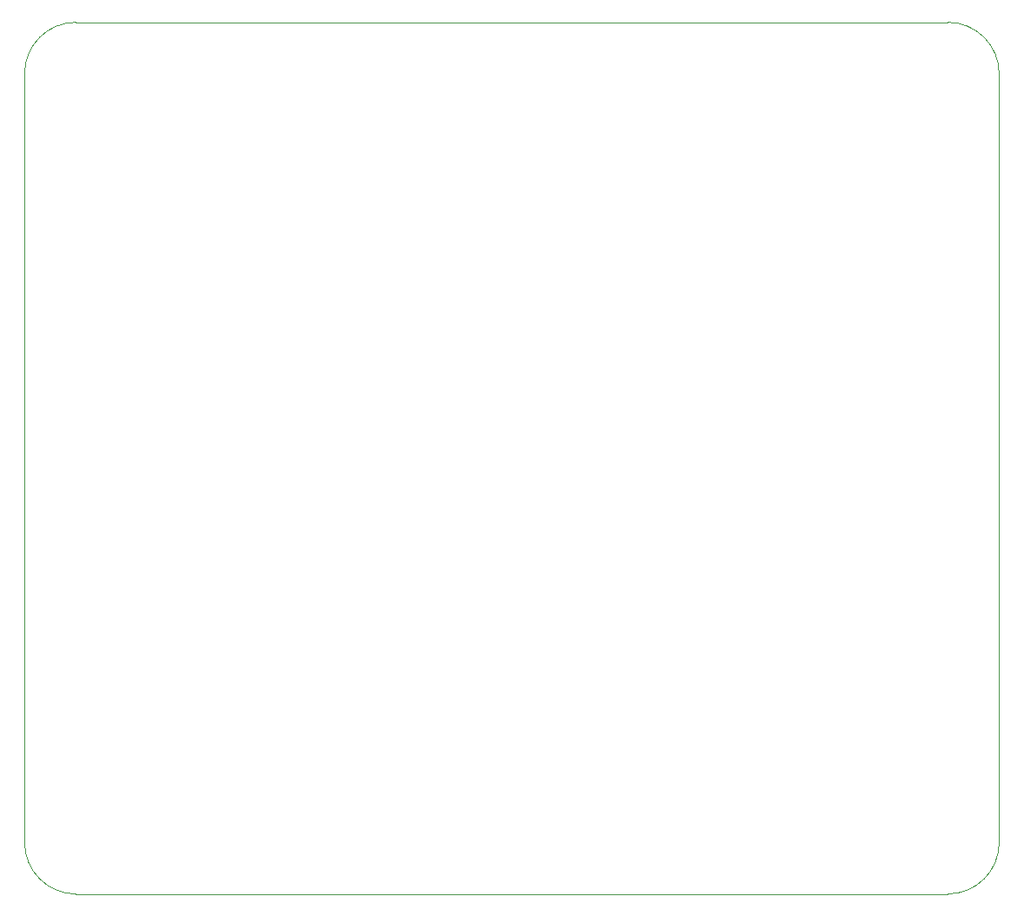
<source format=gm1>
G04 #@! TF.GenerationSoftware,KiCad,Pcbnew,5.1.5+dfsg1-2build2*
G04 #@! TF.CreationDate,2022-03-08T20:12:57-07:00*
G04 #@! TF.ProjectId,rtic_v2,72746963-5f76-4322-9e6b-696361645f70,rev?*
G04 #@! TF.SameCoordinates,Original*
G04 #@! TF.FileFunction,Profile,NP*
%FSLAX46Y46*%
G04 Gerber Fmt 4.6, Leading zero omitted, Abs format (unit mm)*
G04 Created by KiCad (PCBNEW 5.1.5+dfsg1-2build2) date 2022-03-08 20:12:57*
%MOMM*%
%LPD*%
G04 APERTURE LIST*
%ADD10C,0.050000*%
G04 APERTURE END LIST*
D10*
X135000000Y-49000000D02*
G75*
G02X140000000Y-54000000I0J-5000000D01*
G01*
X45000000Y-54000000D02*
G75*
G02X50000000Y-49000000I5000000J0D01*
G01*
X50000000Y-134000000D02*
G75*
G02X45000000Y-129000000I0J5000000D01*
G01*
X140000000Y-129000000D02*
G75*
G02X135000000Y-134000000I-5000000J0D01*
G01*
X135000000Y-134000000D02*
X50000000Y-134000000D01*
X140000000Y-129000000D02*
X140000000Y-54000000D01*
X135000000Y-49000000D02*
X50000000Y-49000000D01*
X45000000Y-54000000D02*
X45000000Y-129000000D01*
M02*

</source>
